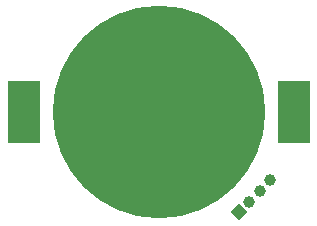
<source format=gbr>
%TF.GenerationSoftware,KiCad,Pcbnew,7.0.7*%
%TF.CreationDate,2024-03-31T22:15:49-04:00*%
%TF.ProjectId,battery_leds,62617474-6572-4795-9f6c-6564732e6b69,rev?*%
%TF.SameCoordinates,Original*%
%TF.FileFunction,Soldermask,Bot*%
%TF.FilePolarity,Negative*%
%FSLAX46Y46*%
G04 Gerber Fmt 4.6, Leading zero omitted, Abs format (unit mm)*
G04 Created by KiCad (PCBNEW 7.0.7) date 2024-03-31 22:15:49*
%MOMM*%
%LPD*%
G01*
G04 APERTURE LIST*
G04 Aperture macros list*
%AMRoundRect*
0 Rectangle with rounded corners*
0 $1 Rounding radius*
0 $2 $3 $4 $5 $6 $7 $8 $9 X,Y pos of 4 corners*
0 Add a 4 corners polygon primitive as box body*
4,1,4,$2,$3,$4,$5,$6,$7,$8,$9,$2,$3,0*
0 Add four circle primitives for the rounded corners*
1,1,$1+$1,$2,$3*
1,1,$1+$1,$4,$5*
1,1,$1+$1,$6,$7*
1,1,$1+$1,$8,$9*
0 Add four rect primitives between the rounded corners*
20,1,$1+$1,$2,$3,$4,$5,0*
20,1,$1+$1,$4,$5,$6,$7,0*
20,1,$1+$1,$6,$7,$8,$9,0*
20,1,$1+$1,$8,$9,$2,$3,0*%
%AMHorizOval*
0 Thick line with rounded ends*
0 $1 width*
0 $2 $3 position (X,Y) of the first rounded end (center of the circle)*
0 $4 $5 position (X,Y) of the second rounded end (center of the circle)*
0 Add line between two ends*
20,1,$1,$2,$3,$4,$5,0*
0 Add two circle primitives to create the rounded ends*
1,1,$1,$2,$3*
1,1,$1,$4,$5*%
%AMRotRect*
0 Rectangle, with rotation*
0 The origin of the aperture is its center*
0 $1 length*
0 $2 width*
0 $3 Rotation angle, in degrees counterclockwise*
0 Add horizontal line*
21,1,$1,$2,0,0,$3*%
G04 Aperture macros list end*
%ADD10RotRect,1.000000X1.000000X135.000000*%
%ADD11HorizOval,1.000000X0.000000X0.000000X0.000000X0.000000X0*%
%ADD12RoundRect,0.102000X-1.250000X-2.550000X1.250000X-2.550000X1.250000X2.550000X-1.250000X2.550000X0*%
%ADD13C,18.004000*%
G04 APERTURE END LIST*
D10*
%TO.C,J2*%
X219803949Y-102096051D03*
D11*
X220701975Y-101198025D03*
X221600000Y-100300000D03*
X222498026Y-99401974D03*
%TD*%
D12*
%TO.C,BT1*%
X224500000Y-93600000D03*
X201600000Y-93600000D03*
D13*
X213050000Y-93600000D03*
%TD*%
M02*

</source>
